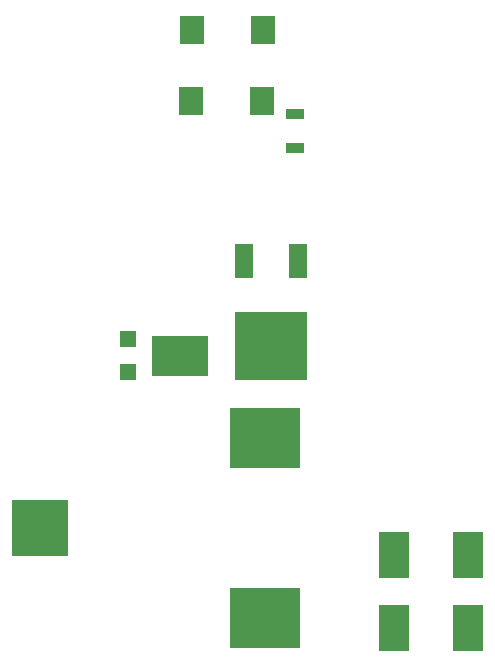
<source format=gtp>
G04*
G04 #@! TF.GenerationSoftware,Altium Limited,Altium Designer,24.1.2 (44)*
G04*
G04 Layer_Color=8421504*
%FSLAX44Y44*%
%MOMM*%
G71*
G04*
G04 #@! TF.SameCoordinates,927C013D-A056-43EA-BD9B-1951F5445D31*
G04*
G04*
G04 #@! TF.FilePolarity,Positive*
G04*
G01*
G75*
%ADD15R,6.0000X5.2000*%
%ADD16R,4.8000X4.8000*%
%ADD17R,1.9900X2.3300*%
%ADD18R,1.6000X0.9000*%
%ADD19R,2.5000X4.0000*%
%ADD20R,4.8600X3.3600*%
%ADD21R,1.4000X1.3900*%
%ADD22R,6.2000X5.8000*%
%ADD23R,1.6000X3.0000*%
D15*
X379000Y183000D02*
D03*
Y335000D02*
D03*
D16*
X189000Y259000D02*
D03*
D17*
X378100Y681000D02*
D03*
X317900D02*
D03*
X316900Y621000D02*
D03*
X377100D02*
D03*
D18*
X405000Y580500D02*
D03*
Y609500D02*
D03*
D19*
X488500Y174000D02*
D03*
X551500D02*
D03*
X488500Y236000D02*
D03*
X551500D02*
D03*
D20*
X307820Y405000D02*
D03*
D21*
X263000Y390800D02*
D03*
Y419200D02*
D03*
D22*
X384100Y413200D02*
D03*
D23*
X361200Y485000D02*
D03*
X407000D02*
D03*
M02*

</source>
